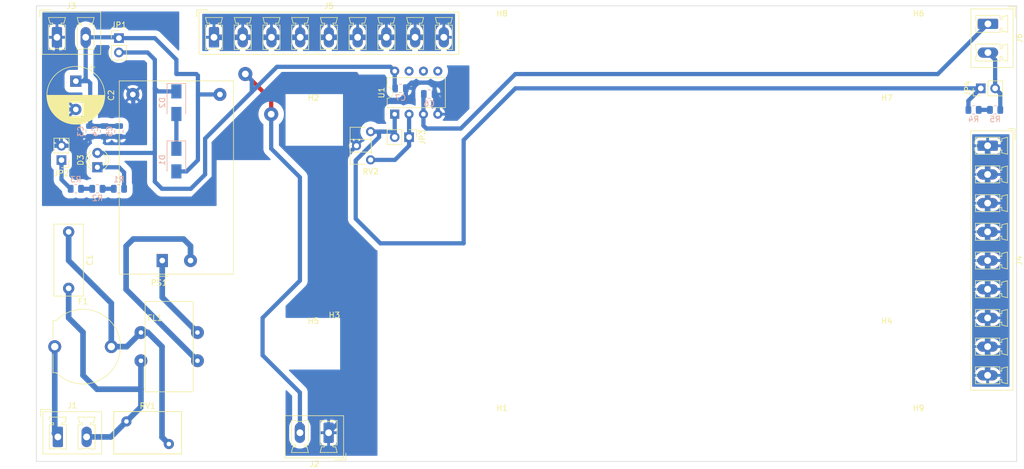
<source format=kicad_pcb>
(kicad_pcb (version 20211014) (generator pcbnew)
  (layers (0 "F.Cu" signal) (31 "B.Cu" signal) (34 "B.Paste" user) (35 "F.Paste" user) (36 "B.SilkS" user "B.Silkscreen") (37 "F.SilkS" user "F.Silkscreen") (38 "B.Mask" user) (39 "F.Mask" user) (44 "Edge.Cuts" user))
  (net 0 "")
  (net 1 "Net-(C1-Pad1)")
  (net 2 "/AC_N")
  (net 3 "Net-(C2-Pad1)")
  (net 4 "/+12{slash}24VA")
  (net 5 "GNDA")
  (net 6 "GNDD")
  (net 7 "Net-(C6-Pad1)")
  (net 8 "Net-(D1-Pad1)")
  (net 9 "Net-(D3-Pad1)")
  (net 10 "/AC_L")
  (net 11 "Net-(FL1-Pad2)")
  (net 12 "Net-(FL1-Pad4)")
  (net 13 "Net-(R1-Pad2)")
  (net 14 "Net-(R2-Pad1)")
  (net 15 "/PLC_DCM")
  (net 16 "/(0-10V)")
  (net 17 "Net-(R4-Pad2)")
  (net 18 "Net-(JP2-Pad1)")
  (net 19 "Net-(JP3-Pad1)")
  (net 20 "Net-(JP3-Pad2)")
  (footprint "Connector_Phoenix_MC_HighVoltage:PhoenixContact_MCV_1,5_2-G-5.08_1x02_P5.08mm_Vertical" (layer "F.Cu") (at 146.304 127 180)
    (fp_text reference "J2" (at 2.54 -5.55) (layer "F.SilkS"))
    (fp_text value "Conn_01x02_Male")
    (pad "1" thru_hole roundrect (at 0 0 180) (size 1.8 3.6) (drill 1.2) (layers *.Cu *.Mask) (roundrect_rratio 0.1388888889) (net 5 "GNDA"))
    (pad "2" thru_hole oval (at 5.08 0 180) (size 1.8 3.6) (drill 1.2) (layers *.Cu *.Mask) (net 4 "/+12{slash}24VA"))
  )
  (footprint "Connector_Phoenix_MC_HighVoltage:PhoenixContact_MCV_1,5_2-G-5.08_1x02_P5.08mm_Vertical" (layer "F.Cu") (at 98.261986 57)
    (fp_text reference "J3" (at 2.54 -5.55) (layer "F.SilkS"))
    (fp_text value "Conn_01x02_Male")
    (pad "1" thru_hole roundrect (at 0 0) (size 1.8 3.6) (drill 1.2) (layers *.Cu *.Mask) (roundrect_rratio 0.1388888889) (net 5 "GNDA"))
    (pad "2" thru_hole oval (at 5.08 0) (size 1.8 3.6) (drill 1.2) (layers *.Cu *.Mask) (net 3 "Net-(C2-Pad1)"))
  )
  (footprint "Connector_PinHeader_2.54mm:PinHeader_1x02_P2.54mm_Vertical" (layer "F.Cu") (at 160.528 74.676 -90)
    (fp_text reference "JP3" (at 0 -2.33 -270) (layer "F.SilkS"))
    (fp_text value "Jumper_2_Bridged")
    (pad "1" thru_hole rect (at 0 0 270) (size 1.7 1.7) (drill 1) (layers *.Cu *.Mask) (net 19 "Net-(JP3-Pad1)"))
    (pad "2" thru_hole oval (at 0 2.54 270) (size 1.7 1.7) (drill 1) (layers *.Cu *.Mask) (net 20 "Net-(JP3-Pad2)"))
  )
  (footprint "Connector_Phoenix_MC_HighVoltage:PhoenixContact_MCV_1,5_9-G-5.08_1x09_P5.08mm_Vertical" (layer "F.Cu") (at 262.8375 76.2 -90)
    (fp_text reference "J4" (at 20.32 -5.55 90) (layer "F.SilkS"))
    (fp_text value "Conn_01x09_Female")
    (pad "1" thru_hole roundrect locked (at 0 0 270) (size 1.8 3.6) (drill 1.2) (layers *.Cu *.Mask) (roundrect_rratio 0.1388888889) (net 6 "GNDD"))
    (pad "2" thru_hole oval locked (at 5.08 0 270) (size 1.8 3.6) (drill 1.2) (layers *.Cu *.Mask) (net 6 "GNDD"))
    (pad "3" thru_hole oval locked (at 10.16 0 270) (size 1.8 3.6) (drill 1.2) (layers *.Cu *.Mask) (net 6 "GNDD"))
    (pad "4" thru_hole oval locked (at 15.24 0 270) (size 1.8 3.6) (drill 1.2) (layers *.Cu *.Mask) (net 6 "GNDD"))
    (pad "5" thru_hole oval locked (at 20.32 0 270) (size 1.8 3.6) (drill 1.2) (layers *.Cu *.Mask) (net 6 "GNDD"))
    (pad "6" thru_hole oval locked (at 25.4 0 270) (size 1.8 3.6) (drill 1.2) (layers *.Cu *.Mask) (net 6 "GNDD"))
    (pad "7" thru_hole oval locked (at 30.48 0 270) (size 1.8 3.6) (drill 1.2) (layers *.Cu *.Mask) (net 6 "GNDD"))
    (pad "8" thru_hole oval locked (at 35.56 0 270) (size 1.8 3.6) (drill 1.2) (layers *.Cu *.Mask) (net 6 "GNDD"))
    (pad "9" thru_hole oval locked (at 40.64 0 270) (size 1.8 3.6) (drill 1.2) (layers *.Cu *.Mask) (net 6 "GNDD"))
  )
  (footprint "Connector_PinHeader_2.54mm:PinHeader_1x02_P2.54mm_Vertical" (layer "F.Cu") (at 99.06 78.74 180)
    (fp_text reference "JP2" (at 0 -2.33) (layer "F.SilkS"))
    (fp_text value "Jumper_2_Open")
    (pad "1" thru_hole rect (at 0 0 180) (size 1.7 1.7) (drill 1) (layers *.Cu *.Mask) (net 18 "Net-(JP2-Pad1)"))
    (pad "2" thru_hole oval (at 0 2.54 180) (size 1.7 1.7) (drill 1) (layers *.Cu *.Mask) (net 5 "GNDA"))
  )
  (footprint "MountingHole:MountingHole_3.2mm_M3" (layer "F.Cu") (at 176.96 57)
    (fp_text reference "H8" (at 0 -4.2) (layer "F.SilkS"))
    (fp_text value "MountingHole")
    (pad "" np_thru_hole circle locked (at 0 0) (size 3.2 3.2) (drill 3.2) (layers *.Cu *.Mask))
  )
  (footprint "Connector_PinHeader_2.54mm:PinHeader_1x02_P2.54mm_Vertical" (layer "F.Cu") (at 261.62 66.04 90)
    (fp_text reference "JP4" (at 0 -2.33 90) (layer "F.SilkS"))
    (fp_text value "Jumper_2_Open")
    (pad "1" thru_hole rect (at 0 0 90) (size 1.7 1.7) (drill 1) (layers *.Cu *.Mask) (net 20 "Net-(JP3-Pad2)"))
    (pad "2" thru_hole oval (at 0 2.54 90) (size 1.7 1.7) (drill 1) (layers *.Cu *.Mask) (net 16 "/(0-10V)"))
  )
  (footprint "Capacitor_THT:C_Disc_D12.5mm_W5.0mm_P10.00mm" (layer "F.Cu") (at 100.33 91.44 -90)
    (fp_text reference "C1" (at 5 -3.75 90) (layer "F.SilkS"))
    (fp_text value "C")
    (pad "1" thru_hole circle (at 0 0 270) (size 2 2) (drill 1) (layers *.Cu *.Mask) (net 1 "Net-(C1-Pad1)"))
    (pad "2" thru_hole circle (at 10 0 270) (size 2 2) (drill 1) (layers *.Cu *.Mask) (net 2 "/AC_N"))
  )
  (footprint "Potentiometer_THT:Potentiometer_ACP_CA6-H2,5_Horizontal" (layer "F.Cu") (at 153.725 78.7 180)
    (fp_text reference "RV2" (at 0 -2.06) (layer "F.SilkS"))
    (fp_text value "R_Potentiometer")
    (pad "1" thru_hole circle (at 0 0 180) (size 1.62 1.62) (drill 0.9) (layers *.Cu *.Mask) (net 19 "Net-(JP3-Pad1)"))
    (pad "2" thru_hole circle (at 2.5 2.5 180) (size 1.62 1.62) (drill 0.9) (layers *.Cu *.Mask) (net 5 "GNDA"))
    (pad "3" thru_hole circle (at 0 5 180) (size 1.62 1.62) (drill 0.9) (layers *.Cu *.Mask) (net 20 "Net-(JP3-Pad2)"))
  )
  (footprint "Connector_Phoenix_MC_HighVoltage:PhoenixContact_MCV_1,5_2-G-5.08_1x02_P5.08mm_Vertical" (layer "F.Cu") (at 262.89 54.6275 -90)
    (fp_text reference "J6" (at 2.54 -5.55 90) (layer "F.SilkS"))
    (fp_text value "Conn_01x02_Male")
    (pad "1" thru_hole roundrect (at 0 0 270) (size 1.8 3.6) (drill 1.2) (layers *.Cu *.Mask) (roundrect_rratio 0.1388888889) (net 7 "Net-(C6-Pad1)"))
    (pad "2" thru_hole oval (at 5.08 0 270) (size 1.8 3.6) (drill 1.2) (layers *.Cu *.Mask) (net 16 "/(0-10V)"))
  )
  (footprint "Package_DIP:DIP-8_W7.62mm" (layer "F.Cu") (at 157.988 70.612 90)
    (fp_text reference "U1" (at 3.81 -2.33 90) (layer "F.SilkS"))
    (fp_text value "LM358")
    (pad "1" thru_hole rect (at 0 0 90) (size 1.6 1.6) (drill 0.8) (layers *.Cu *.Mask) (net 20 "Net-(JP3-Pad2)"))
    (pad "2" thru_hole oval (at 0 2.54 90) (size 1.6 1.6) (drill 0.8) (layers *.Cu *.Mask) (net 19 "Net-(JP3-Pad1)"))
    (pad "3" thru_hole oval (at 0 5.08 90) (size 1.6 1.6) (drill 0.8) (layers *.Cu *.Mask) (net 7 "Net-(C6-Pad1)"))
    (pad "4" thru_hole oval (at 0 7.62 90) (size 1.6 1.6) (drill 0.8) (layers *.Cu *.Mask) (net 5 "GNDA"))
    (pad "5" thru_hole oval (at 7.62 7.62 90) (size 1.6 1.6) (drill 0.8) (layers *.Cu *.Mask))
    (pad "6" thru_hole oval (at 7.62 5.08 90) (size 1.6 1.6) (drill 0.8) (layers *.Cu *.Mask))
    (pad "7" thru_hole oval (at 7.62 2.54 90) (size 1.6 1.6) (drill 0.8) (layers *.Cu *.Mask))
    (pad "8" thru_hole oval (at 7.62 0 90) (size 1.6 1.6) (drill 0.8) (layers *.Cu *.Mask) (net 4 "/+12{slash}24VA"))
  )
  (footprint "Converter_ACDC:Converter_ACDC_HiLink_HLK-PMxx" (layer "F.Cu") (at 116.88 96.52 90)
    (fp_text reference "PS1" (at -3.94 -0.55) (layer "F.SilkS"))
    (fp_text value "HLK-PM12")
    (pad "1" thru_hole rect (at 0 0 90) (size 2.3 2) (drill 1) (layers *.Cu *.Mask) (net 11 "Net-(FL1-Pad2)"))
    (pad "2" thru_hole circle (at 0 5 90) (size 2.3 2.3) (drill 1) (layers *.Cu *.Mask) (net 12 "Net-(FL1-Pad4)"))
    (pad "3" thru_hole circle (at 29.4 -5.2 90) (size 2.3 2.3) (drill 1) (layers *.Cu *.Mask) (net 5 "GNDA"))
    (pad "4" thru_hole circle (at 29.4 10.2 90) (size 2.3 2.3) (drill 1) (layers *.Cu *.Mask) (net 3 "Net-(C2-Pad1)"))
  )
  (footprint "Varistor:RV_Disc_D12mm_W7.5mm_P7.5mm" (layer "F.Cu") (at 118.05 129 180)
    (fp_text reference "RV1" (at 3.75 6.75) (layer "F.SilkS"))
    (fp_text value "Varistor")
    (pad "1" thru_hole circle (at 0 0 180) (size 1.8 1.8) (drill 0.8) (layers *.Cu *.Mask) (net 1 "Net-(C1-Pad1)"))
    (pad "2" thru_hole circle (at 7.5 4 180) (size 1.8 1.8) (drill 0.8) (layers *.Cu *.Mask) (net 2 "/AC_N"))
  )
  (footprint "MountingHole:MountingHole_3.2mm_M3" (layer "F.Cu") (at 250.62 126.85)
    (fp_text reference "H9" (at 0 -4.2) (layer "F.SilkS"))
    (fp_text value "MountingHole")
    (pad "" np_thru_hole circle locked (at 0 0) (size 3.2 3.2) (drill 3.2) (layers *.Cu *.Mask))
  )
  (footprint "Capacitor_THT:CP_Radial_D10.0mm_P5.00mm" (layer "F.Cu") (at 101.6 64.77 -90)
    (fp_text reference "C2" (at 2.5 -6.25 90) (layer "F.SilkS"))
    (fp_text value "C_Polarized")
    (pad "1" thru_hole rect (at 0 0 270) (size 2 2) (drill 1) (layers *.Cu *.Mask) (net 3 "Net-(C2-Pad1)"))
    (pad "2" thru_hole circle (at 5 0 270) (size 2 2) (drill 1) (layers *.Cu *.Mask) (net 5 "GNDA"))
  )
  (footprint "LED_THT:LED_D3.0mm" (layer "F.Cu") (at 105.41 80.01 90)
    (fp_text reference "D3" (at 1.27 -2.96 90) (layer "F.SilkS"))
    (fp_text value "LED")
    (pad "1" thru_hole rect (at 0 0 90) (size 1.8 1.8) (drill 0.9) (layers *.Cu *.Mask) (net 9 "Net-(D3-Pad1)"))
    (pad "2" thru_hole circle (at 2.54 0 90) (size 1.8 1.8) (drill 0.9) (layers *.Cu *.Mask) (net 4 "/+12{slash}24VA"))
  )
  (footprint "MountingHole:MountingHole_3.2mm_M3" (layer "F.Cu") (at 143.62 71.91)
    (fp_text reference "H2" (at 0 -4.2) (layer "F.SilkS"))
    (fp_text value "MountingHole")
    (pad "" np_thru_hole circle locked (at 0 0) (size 3.2 3.2) (drill 3.2) (layers *.Cu *.Mask))
  )
  (footprint "Connector_Phoenix_MC_HighVoltage:PhoenixContact_MCV_1,5_9-G-5.08_1x09_P5.08mm_Vertical" (layer "F.Cu") (at 126.0325 57)
    (fp_text reference "J5" (at 20.32 -5.55) (layer "F.SilkS"))
    (fp_text value "Conn_01x09_Female")
    (pad "1" thru_hole roundrect locked (at 0 0) (size 1.8 3.6) (drill 1.2) (layers *.Cu *.Mask) (roundrect_rratio 0.1388888889) (net 15 "/PLC_DCM"))
    (pad "2" thru_hole oval locked (at 5.08 0) (size 1.8 3.6) (drill 1.2) (layers *.Cu *.Mask) (net 15 "/PLC_DCM"))
    (pad "3" thru_hole oval locked (at 10.16 0) (size 1.8 3.6) (drill 1.2) (layers *.Cu *.Mask) (net 15 "/PLC_DCM"))
    (pad "4" thru_hole oval locked (at 15.24 0) (size 1.8 3.6) (drill 1.2) (layers *.Cu *.Mask) (net 15 "/PLC_DCM"))
    (pad "5" thru_hole oval locked (at 20.32 0) (size 1.8 3.6) (drill 1.2) (layers *.Cu *.Mask) (net 15 "/PLC_DCM"))
    (pad "6" thru_hole oval locked (at 25.4 0) (size 1.8 3.6) (drill 1.2) (layers *.Cu *.Mask) (net 15 "/PLC_DCM"))
    (pad "7" thru_hole oval locked (at 30.48 0) (size 1.8 3.6) (drill 1.2) (layers *.Cu *.Mask) (net 15 "/PLC_DCM"))
    (pad "8" thru_hole oval locked (at 35.56 0) (size 1.8 3.6) (drill 1.2) (layers *.Cu *.Mask) (net 15 "/PLC_DCM"))
    (pad "9" thru_hole oval locked (at 40.64 0) (size 1.8 3.6) (drill 1.2) (layers *.Cu *.Mask) (net 15 "/PLC_DCM"))
  )
  (footprint "Connector_Phoenix_MC_HighVoltage:PhoenixContact_MCV_1,5_2-G-5.08_1x02_P5.08mm_Vertical" (layer "F.Cu") (at 98.425 127.7425)
    (fp_text reference "J1" (at 2.54 -5.55) (layer "F.SilkS"))
    (fp_text value "Conn_01x02_Male")
    (pad "1" thru_hole roundrect (at 0 0) (size 1.8 3.6) (drill 1.2) (layers *.Cu *.Mask) (roundrect_rratio 0.1388888889) (net 10 "/AC_L"))
    (pad "2" thru_hole oval (at 5.08 0) (size 1.8 3.6) (drill 1.2) (layers *.Cu *.Mask) (net 2 "/AC_N"))
  )
  (footprint "DTSN-12_10_2.2:DTSN-12_10_2.2" (layer "F.Cu") (at 118.11 111.76)
    (fp_text reference "FL1" (at -2.54 -5.08 unlocked) (layer "F.SilkS"))
    (fp_text value "DTSN-12/10/2.2")
    (pad "1" thru_hole circle (at -5 -2.5) (size 2.286 2.286) (drill 0.8) (layers *.Cu *.Mask) (net 1 "Net-(C1-Pad1)"))
    (pad "2" thru_hole circle (at 5 -2.5) (size 2.286 2.286) (drill 0.8) (layers *.Cu *.Mask) (net 11 "Net-(FL1-Pad2)"))
    (pad "3" thru_hole circle (at -5 2.5) (size 2.286 2.286) (drill 0.8) (layers *.Cu *.Mask) (net 2 "/AC_N"))
    (pad "4" thru_hole circle (at 5 2.5) (size 2.286 2.286) (drill 0.8) (layers *.Cu *.Mask) (net 12 "Net-(FL1-Pad4)"))
  )
  (footprint "DTSN-12_10_2.2:AD584-breakout" (layer "F.Cu") (at 147.32 106.68)
    (fp_text reference "H3" (at 0 -0.5 unlocked) (layer "F.SilkS"))
    (fp_text value "MountingHole")
    (pad "" np_thru_hole circle (at 14.45 -21.95) (size 3.2 3.2) (drill 3.2) (layers F&B.Cu *.Mask) (clearance 3.2))
    (pad "" np_thru_hole circle (at -14.45 21.95) (size 3.2 3.2) (drill 3.2) (layers F&B.Cu *.Mask) (clearance 3.2))
    (pad "" np_thru_hole circle (at -14.45 -21.95) (size 3.2 3.2) (drill 3.2) (layers F&B.Cu *.Mask) (clearance 3.2))
    (pad "" np_thru_hole circle (at 14.45 21.95) (size 3.2 3.2) (drill 3.2) (layers F&B.Cu *.Mask) (clearance 3.2))
  )
  (footprint "MountingHole:MountingHole_3.2mm_M3" (layer "F.Cu") (at 143.62 111.41)
    (fp_text reference "H5" (at 0 -4.2) (layer "F.SilkS"))
    (fp_text value "MountingHole")
    (pad "" np_thru_hole circle locked (at 0 0) (size 3.2 3.2) (drill 3.2) (layers *.Cu *.Mask))
  )
  (footprint "Fuse:Fuseholder_Cylinder-5x20mm_EATON_H15-V-1_Vertical_Closed" (layer "F.Cu") (at 97.87 111.76)
    (fp_text reference "F1" (at 5 -8) (layer "F.SilkS"))
    (fp_text value "ZH24-H")
    (pad "1" thru_hole circle (at 0 0) (size 2.3 2.3) (drill 1.3) (layers *.Cu *.Mask) (net 10 "/AC_L"))
    (pad "2" thru_hole circle (at 10 0) (size 2.3 2.3) (drill 1.3) (layers *.Cu *.Mask) (net 1 "Net-(C1-Pad1)"))
  )
  (footprint "MountingHole:MountingHole_3.2mm_M3" (layer "F.Cu") (at 245.02 111.41)
    (fp_text reference "H4" (at 0 -4.2) (layer "F.SilkS"))
    (fp_text value "MountingHole")
    (pad "" np_thru_hole circle locked (at 0 0) (size 3.2 3.2) (drill 3.2) (layers *.Cu *.Mask))
  )
  (footprint "MountingHole:MountingHole_3.2mm_M3" (layer "F.Cu") (at 176.96 126.85)
    (fp_text reference "H1" (at 0 -4.2) (layer "F.SilkS"))
    (fp_text value "MountingHole")
    (pad "" np_thru_hole circle locked (at 0 0) (size 3.2 3.2) (drill 3.2) (layers *.Cu *.Mask))
  )
  (footprint "Connector_PinHeader_2.54mm:PinHeader_1x02_P2.54mm_Vertical" (layer "F.Cu") (at 109.22 57.15)
    (fp_text reference "JP1" (at 0 -2.33) (layer "F.SilkS"))
    (fp_text value "Jumper_2_Open")
    (pad "1" thru_hole rect (at 0 0) (size 1.7 1.7) (drill 1) (layers *.Cu *.Mask) (net 3 "Net-(C2-Pad1)"))
    (pad "2" thru_hole oval (at 0 2.54) (size 1.7 1.7) (drill 1) (layers *.Cu *.Mask) (net 4 "/+12{slash}24VA"))
  )
  (footprint "MountingHole:MountingHole_3.2mm_M3" (layer "F.Cu") (at 245.02 71.91)
    (fp_text reference "H7" (at 0 -4.2) (layer "F.SilkS"))
    (fp_text value "MountingHole")
    (pad "" np_thru_hole circle locked (at 0 0) (size 3.2 3.2) (drill 3.2) (layers *.Cu *.Mask))
  )
  (footprint "MountingHole:MountingHole_3.2mm_M3" (layer "F.Cu") (at 250.62 57)
    (fp_text reference "H6" (at 0 -4.2) (layer "F.SilkS"))
    (fp_text value "MountingHole")
    (pad "" np_thru_hole circle locked (at 0 0) (size 3.2 3.2) (drill 3.2) (layers *.Cu *.Mask))
  )
  (footprint "Diode_SMD:D_SMA" (layer "B.Cu") (at 119.38 78.74 -90)
    (fp_text reference "D1" (at 0 2.5 90) (layer "B.SilkS") (effects (justify mirror)))
    (fp_text value "US1K")
    (pad "1" smd rect (at -2 0 270) (size 2.5 1.8) (layers "B.Cu" "B.Paste" "B.Mask") (net 8 "Net-(D1-Pad1)"))
    (pad "2" smd rect (at 2 0 270) (size 2.5 1.8) (layers "B.Cu" "B.Paste" "B.Mask") (net 3 "Net-(C2-Pad1)"))
  )
  (footprint "Resistor_SMD:R_0805_2012Metric" (layer "B.Cu") (at 101.6 83.82 180)
    (fp_text reference "R3" (at 0 1.65) (layer "B.SilkS") (effects (justify mirror)))
    (fp_text value "1k")
    (pad "1" smd roundrect (at -0.9125 0 180) (size 1.025 1.4) (layers "B.Cu" "B.Paste" "B.Mask") (roundrect_rratio 0.243902439) (net 14 "Net-(R2-Pad1)"))
    (pad "2" smd roundrect (at 0.9125 0 180) (size 1.025 1.4) (layers "B.Cu" "B.Paste" "B.Mask") (roundrect_rratio 0.243902439) (net 18 "Net-(JP2-Pad1)"))
  )
  (footprint "Resistor_SMD:R_0805_2012Metric" (layer "B.Cu") (at 105.41 83.82)
    (fp_text reference "R2" (at 0 1.65) (layer "B.SilkS") (effects (justify mirror)))
    (fp_text value "1k")
    (pad "1" smd roundrect (at -0.9125 0) (size 1.025 1.4) (layers "B.Cu" "B.Paste" "B.Mask") (roundrect_rratio 0.243902439) (net 14 "Net-(R2-Pad1)"))
    (pad "2" smd roundrect (at 0.9125 0) (size 1.025 1.4) (layers "B.Cu" "B.Paste" "B.Mask") (roundrect_rratio 0.243902439) (net 13 "Net-(R1-Pad2)"))
  )
  (footprint "Resistor_SMD:R_0805_2012Metric" (layer "B.Cu") (at 109.22 83.82 180)
    (fp_text reference "R1" (at 0 1.65) (layer "B.SilkS") (effects (justify mirror)))
    (fp_text value "1k")
    (pad "1" smd roundrect (at -0.9125 0 180) (size 1.025 1.4) (layers "B.Cu" "B.Paste" "B.Mask") (roundrect_rratio 0.243902439) (net 9 "Net-(D3-Pad1)"))
    (pad "2" smd roundrect (at 0.9125 0 180) (size 1.025 1.4) (layers "B.Cu" "B.Paste" "B.Mask") (roundrect_rratio 0.243902439) (net 13 "Net-(R1-Pad2)"))
  )
  (footprint "Resistor_SMD:R_0805_2012Metric" (layer "B.Cu") (at 264.16 69.85)
    (fp_text reference "R5" (at 0 1.65) (layer "B.SilkS") (effects (justify mirror)))
    (fp_text value "200")
    (pad "1" smd roundrect (at -0.9125 0) (size 1.025 1.4) (layers "B.Cu" "B.Paste" "B.Mask") (roundrect_rratio 0.243902439) (net 17 "Net-(R4-Pad2)"))
    (pad "2" smd roundrect (at 0.9125 0) (size 1.025 1.4) (layers "B.Cu" "B.Paste" "B.Mask") (roundrect_rratio 0.243902439) (net 16 "/(0-10V)"))
  )
  (footprint "Capacitor_SMD:C_0805_2012Metric" (layer "B.Cu") (at 164.084 67.056)
    (fp_text reference "C6" (at 0 1.68) (layer "B.SilkS") (effects (justify mirror)))
    (fp_text value "1uF")
    (pad "1" smd roundrect (at -0.95 0) (size 1 1.45) (layers "B.Cu" "B.Paste" "B.Mask") (net 7 "Net-(C6-Pad1)"))
    (pad "2" smd roundrect (at 0.95 0) (size 1 1.45) (layers "B.Cu" "B.Paste" "B.Mask") (net 5 "GNDA"))
  )
  (footprint "Resistor_SMD:R_0805_2012Metric" (layer "B.Cu") (at 260.35 69.85)
    (fp_text reference "R4" (at 0 1.65) (layer "B.SilkS") (effects (justify mirror)))
    (fp_text value "200")
    (pad "1" smd roundrect (at -0.9125 0) (size 1.025 1.4) (layers "B.Cu" "B.Paste" "B.Mask") (roundrect_rratio 0.243902439) (net 20 "Net-(JP3-Pad2)"))
    (pad "2" smd roundrect (at 0.9125 0) (size 1.025 1.4) (layers "B.Cu" "B.Paste" "B.Mask") (roundrect_rratio 0.243902439) (net 17 "Net-(R4-Pad2)"))
  )
  (footprint "Capacitor_SMD:C_0805_2012Metric" (layer "B.Cu") (at 159.004 66.04)
    (fp_text reference "C7" (at 0 1.68) (layer "B.SilkS") (effects (justify mirror)))
    (fp_text value "100nF")
    (pad "1" smd roundrect (at -0.95 0) (size 1 1.45) (layers "B.Cu" "B.Paste" "B.Mask") (net 4 "/+12{slash}24VA"))
    (pad "2" smd roundrect (at 0.95 0) (size 1 1.45) (layers "B.Cu" "B.Paste" "B.Mask") (net 5 "GNDA"))
  )
  (footprint "Diode_SMD:D_SMA" (layer "B.Cu") (at 119.38 68.58 -90)
    (fp_text reference "D2" (at 0 2.5 90) (layer "B.SilkS") (effects (justify mirror)))
    (fp_text value "US1K")
    (pad "1" smd rect (at -2 0 270) (size 2.5 1.8) (layers "B.Cu" "B.Paste" "B.Mask") (net 4 "/+12{slash}24VA"))
    (pad "2" smd rect (at 2 0 270) (size 2.5 1.8) (layers "B.Cu" "B.Paste" "B.Mask") (net 8 "Net-(D1-Pad1)"))
  )
  (footprint "Capacitor_SMD:C_0805_2012Metric" (layer "B.Cu") (at 106.68 73.66 -90)
    (fp_text reference "C4" (at 0 1.68 90) (layer "B.SilkS") (effects (justify mirror)))
    (fp_text value "C")
    (pad "1" smd roundrect (at -0.95 0 270) (size 1 1.45) (layers "B.Cu" "B.Paste" "B.Mask") (net 3 "Net-(C2-Pad1)"))
    (pad "2" smd roundrect (at 0.95 0 270) (size 1 1.45) (layers "B.Cu" "B.Paste" "B.Mask") (net 5 "GNDA"))
  )
  (footprint "Capacitor_SMD:C_0805_2012Metric" (layer "B.Cu") (at 109.22 73.66 -90)
    (fp_text reference "C5" (at 0 1.68 90) (layer "B.SilkS") (effects (justify mirror)))
    (fp_text value "C")
    (pad "1" smd roundrect (at -0.95 0 270) (size 1 1.45) (layers "B.Cu" "B.Paste" "B.Mask") (net 3 "Net-(C2-Pad1)"))
    (pad "2" smd roundrect (at 0.95 0 270) (size 1 1.45) (layers "B.Cu" "B.Paste" "B.Mask") (net 5 "GNDA"))
  )
  (footprint "Capacitor_SMD:C_0805_2012Metric" (layer "B.Cu") (at 104.14 73.66 -90)
    (fp_text reference "C3" (at 0 1.68 90) (layer "B.SilkS") (effects (justify mirror)))
    (fp_text value "C")
    (pad "1" smd roundrect (at -0.95 0 270) (size 1 1.45) (layers "B.Cu" "B.Paste" "B.Mask") (net 3 "Net-(C2-Pad1)"))
    (pad "2" smd roundrect (at 0.95 0 270) (size 1 1.45) (layers "B.Cu" "B.Paste" "B.Mask") (net 5 "GNDA"))
  )
  (gr_line (start 267.97 132.08) (end 94.615 132.08) (layer "Edge.Cuts") (width 0.1))
  (gr_line (start 94.615 51.435) (end 267.97 51.435) (layer "Edge.Cuts") (width 0.1))
  (gr_line (start 267.97 132.08) (end 267.97 51.435) (layer "Edge.Cuts") (width 0.1))
  (gr_line (start 94.615 132.08) (end 94.615 51.435) (layer "Edge.Cuts") (width 0.1))
  (segment (start 113.11 109.26) (end 114.26 109.26) (width 1) (layer "B.Cu") (net 1))
  (segment (start 110.61 111.76) (end 113.11 109.26) (width 1) (layer "B.Cu") (net 1))
  (segment (start 114.26 109.26) (end 114.3 109.22) (width 1) (layer "B.Cu") (net 1))
  (segment (start 107.87 104.06) (end 100.33 96.52) (width 1) (layer "B.Cu") (net 1))
  (segment (start 100.33 96.52) (end 100.33 91.44) (width 1) (layer "B.Cu") (net 1))
  (segment (start 114.3 109.22) (end 116.84 111.76) (width 1) (layer "B.Cu") (net 1))
  (segment (start 116.84 111.76) (end 116.84 127.79) (width 1) (layer "B.Cu") (net 1))
  (segment (start 107.87 111.76) (end 110.61 111.76) (width 1) (layer "B.Cu") (net 1))
  (segment (start 107.87 111.76) (end 107.87 104.06) (width 1) (layer "B.Cu") (net 1))
  (segment (start 116.84 127.79) (end 118.05 129) (width 1) (layer "B.Cu") (net 1))
  (segment (start 113.11 122.44) (end 113.11 119.3) (width 1) (layer "B.Cu") (net 2))
  (segment (start 110.55 125) (end 113.11 122.44) (width 1) (layer "B.Cu") (net 2))
  (segment (start 100.33 101.44) (end 100.33 106.68) (width 1) (layer "B.Cu") (net 2))
  (segment (start 105.33 119.3) (end 113.11 119.3) (width 1) (layer "B.Cu") (net 2))
  (segment (start 102.87 109.22) (end 102.87 116.84) (width 1) (layer "B.Cu") (net 2))
  (segment (start 107.8075 127.7425) (end 110.55 125) (width 1) (layer "B.Cu") (net 2))
  (segment (start 100.33 106.68) (end 102.87 109.22) (width 1) (layer "B.Cu") (net 2))
  (segment (start 103.505 127.7425) (end 107.8075 127.7425) (width 1) (layer "B.Cu") (net 2))
  (segment (start 102.87 116.84) (end 105.33 119.3) (width 1) (layer "B.Cu") (net 2))
  (segment (start 113.11 119.3) (end 113.11 114.26) (width 1) (layer "B.Cu") (net 2))
  (segment (start 109.07 57) (end 109.22 57.15) (width 0.75) (layer "B.Cu") (net 3))
  (segment (start 121.19 80.74) (end 119.38 80.74) (width 0.75) (layer "B.Cu") (net 3))
  (segment (start 122.92 63.5) (end 123.19 63.77) (width 0.75) (layer "B.Cu") (net 3))
  (segment (start 102.87 64.77) (end 101.6 64.77) (width 0.75) (layer "B.Cu") (net 3))
  (segment (start 123.19 78.74) (end 121.19 80.74) (width 0.75) (layer "B.Cu") (net 3))
  (segment (start 103.341986 64.298014) (end 102.87 64.77) (width 0.75) (layer "B.Cu") (net 3))
  (segment (start 103.341986 57) (end 109.07 57) (width 0.75) (layer "B.Cu") (net 3))
  (segment (start 106.68 72.71) (end 109.22 72.71) (width 0.75) (layer "B.Cu") (net 3))
  (segment (start 119.38 63.5) (end 122.92 63.5) (width 0.75) (layer "B.Cu") (net 3))
  (segment (start 103.813972 64.77) (end 102.87 64.77) (width 0.75) (layer "B.Cu") (net 3))
  (segment (start 123.38 67.12) (end 123.19 67.31) (width 0.25) (layer "B.Cu") (net 3))
  (segment (start 103.341986 57) (end 103.341986 64.298014) (width 0.75) (layer "B.Cu") (net 3))
  (segment (start 115.57 57.15) (end 119.38 60.96) (width 0.75) (layer "B.Cu") (net 3))
  (segment (start 104.14 72.71) (end 104.14 65.096028) (width 0.75) (layer "B.Cu") (net 3))
  (segment (start 109.22 57.15) (end 115.57 57.15) (width 0.75) (layer "B.Cu") (net 3))
  (segment (start 104.14 72.71) (end 106.68 72.71) (width 0.75) (layer "B.Cu") (net 3))
  (segment (start 123.19 63.77) (end 123.19 67.31) (width 0.75) (layer "B.Cu") (net 3))
  (segment (start 127.08 67.12) (end 123.38 67.12) (width 0.75) (layer "B.Cu") (net 3))
  (segment (start 123.19 67.31) (end 123.19 78.74) (width 0.75) (layer "B.Cu") (net 3))
  (segment (start 104.14 65.096028) (end 103.813972 64.77) (width 0.75) (layer "B.Cu") (net 3))
  (segment (start 119.38 60.96) (end 119.38 63.5) (width 0.75) (layer "B.Cu") (net 3))
  (segment (start 136.144 68.072) (end 136.144 70.612) (width 0.75) (layer "F.Cu") (net 4))
  (segment (start 131.572 63.5) (end 136.144 68.072) (width 0.75) (layer "F.Cu") (net 4))
  (via (at 131.572 63.5) (size 2.5) (drill 1.2) (layers "F.Cu" "B.Cu") (net 4))
  (via (at 136.144 70.612) (size 2.5) (drill 1.2) (layers "F.Cu" "B.Cu") (net 4))
  (segment (start 141.224 119.888) (end 141.224 127) (width 0.75) (layer "B.Cu") (net 4))
  (segment (start 119.38 66.58) (end 116.11 66.58) (width 0.75) (layer "B.Cu") (net 4))
  (segment (start 132.715 64.643) (end 131.572 63.5) (width 0.75) (layer "B.Cu") (net 4))
  (segment (start 134.62 113.284) (end 141.224 119.888) (width 0.75) (layer "B.Cu") (net 4))
  (segment (start 132.715 66.675) (end 137.16 62.23) (width 0.75) (layer "B.Cu") (net 4))
  (segment (start 124.46 81.28) (end 124.46 74.93) (width 0.75) (layer "B.Cu") (net 4))
  (segment (start 136.144 70.612) (end 136.144 76.708) (width 0.75) (layer "B.Cu") (net 4))
  (segment (start 121.92 83.82) (end 124.46 81.28) (width 0.75) (layer "B.Cu") (net 4))
  (segment (start 115.57 77.47) (end 115.57 82.55) (width 0.75) (layer "B.Cu") (net 4))
  (segment (start 115.57 74.93) (end 115.57 66.04) (width 0.75) (layer "B.Cu") (net 4))
  (segment (start 141.224 81.788) (end 141.224 100.076) (width 0.75) (layer "B.Cu") (net 4))
  (segment (start 134.62 106.68) (end 134.62 113.284) (width 0.75) (layer "B.Cu") (net 4))
  (segment (start 124.46 74.93) (end 132.715 66.675) (width 0.75) (layer "B.Cu") (net 4))
  (segment (start 115.57 60.96) (end 114.3 59.69) (width 0.75) (layer "B.Cu") (net 4))
  (segment (start 115.57 77.47) (end 115.57 74.93) (width 0.75) (layer "B.Cu") (net 4))
  (segment (start 132.715 66.675) (end 132.715 64.643) (width 0.75) (layer "B.Cu") (net 4))
  (segment (start 116.11 66.58) (end 115.57 66.04) (width 0.75) (layer "B.Cu") (net 4))
  (segment (start 157.226 62.23) (end 157.988 62.992) (width 0.75) (layer "B.Cu") (net 4))
  (segment (start 136.144 76.708) (end 141.224 81.788) (width 0.75) (layer "B.Cu") (net 4))
  (segment (start 105.41 77.47) (end 115.57 77.47) (width 0.75) (layer "B.Cu") (net 4))
  (segment (start 137.16 62.23) (end 157.226 62.23) (width 0.75) (layer "B.Cu") (net 4))
  (segment (start 141.224 100.076) (end 134.62 106.68) (width 0.75) (layer "B.Cu") (net 4))
  (segment (start 115.57 66.04) (end 115.57 60.96) (width 0.75) (layer "B.Cu") (net 4))
  (segment (start 157.988 65.974) (end 158.054 66.04) (width 0.75) (layer "B.Cu") (net 4))
  (segment (start 116.84 83.82) (end 121.92 83.82) (width 0.75) (layer "B.Cu") (net 4))
  (segment (start 115.57 82.55) (end 116.84 83.82) (width 0.75) (layer "B.Cu") (net 4))
  (segment (start 114.3 59.69) (end 109.22 59.69) (width 0.75) (layer "B.Cu") (net 4))
  (segment (start 157.988 62.992) (end 157.988 65.974) (width 0.75) (layer "B.Cu") (net 4))
  (segment (start 101.6 69.77) (end 98.653972 69.77) (width 0.75) (layer "B.Cu") (net 5))
  (segment (start 151.225 76.2) (end 148.336 79.089) (width 0.75) (layer "B.Cu") (net 5))
  (segment (start 151.225 63.595) (end 151.225 67.913) (width 0.75) (layer "B.Cu") (net 5))
  (segment (start 125.984 81.788) (end 121.412 86.36) (width 0.75) (layer "B.Cu") (net 5))
  (segment (start 151.225 67.913) (end 151.225 76.2) (width 0.75) (layer "B.Cu") (net 5))
  (segment (start 98.413972 73.34) (end 98.261986 73.188014) (width 0.25) (layer "B.Cu") (net 5))
  (segment (start 96.52 83.82) (end 96.52 76.2) (width 0.75) (layer "B.Cu") (net 5))
  (segment (start 121.412 86.36) (end 99.06 86.36) (width 0.75) (layer "B.Cu") (net 5))
  (segment (start 164.592 65.024) (end 165.034 65.466) (width 0.75) (layer "B.Cu") (net 5))
  (segment (start 109.22 74.61) (end 110.81 74.61) (width 0.75) (layer "B.Cu") (net 5))
  (segment (start 165.034 65.466) (end 165.034 67.056) (width 0.75) (layer "B.Cu") (net 5))
  (segment (start 165.608 67.63) (end 165.608 70.612) (width 0.75) (layer "B.Cu") (net 5))
  (segment (start 165.034 67.056) (end 165.608 67.63) (width 0.75) (layer "B.Cu") (net 5))
  (segment (start 98.653972 69.77) (end 98.261986 69.378014) (width 0.25) (layer "B.Cu") (net 5))
  (segment (start 151.892 121.412) (end 146.304 127) (width 0.75) (layer "B.Cu") (net 5))
  (segment (start 160.97 65.024) (end 164.592 65.024) (width 0.75) (layer "B.Cu") (net 5))
  (segment (start 148.336 93.472) (end 151.892 97.028) (width 0.75) (layer "B.Cu") (net 5))
  (segment (start 99.06 86.36) (end 96.52 83.82) (width 0.75) (layer "B.Cu") (net 5))
  (segment (start 111.76 73.66) (end 111.76 67.2) (width 0.75) (layer "B.Cu") (net 5))
  (segment (start 96.52 76.2) (end 99.06 76.2) (width 0.75) (layer "B.Cu") (net 5))
  (segment (start 111.76 67.2) (end 111.68 67.12) (width 0.75) (layer "B.Cu") (net 5))
  (segment (start 138.176 63.5) (end 125.984 75.692) (width 0.75) (layer "B.Cu") (net 5))
  (segment (start 98.261986 69.378014) (end 98.261986 73.188014) (width 0.75) (layer "B.Cu") (net 5))
  (segment (start 151.892 97.028) (end 151.892 121.412) (width 0.75) (layer "B.Cu") (net 5))
  (segment (start 106.68 74.61) (end 109.22 74.61) (width 0.75) (layer "B.Cu") (net 5))
  (segment (start 99.06 76.2) (end 102.55 76.2) (width 0.75) (layer "B.Cu") (net 5))
  (segment (start 159.512 68.072) (end 151.384 68.072) (width 0.75) (layer "B.Cu") (net 5))
  (segment (start 148.336 79.089) (end 148.336 93.472) (width 0.75) (layer "B.Cu") (net 5))
  (segment (start 98.261986 57) (end 98.261986 69.378014) (width 0.75) (layer "B.Cu") (net 5))
  (segment (start 159.954 66.04) (end 159.954 67.63) (width 0.75) (layer "B.Cu") (net 5))
  (segment (start 159.954 66.04) (end 160.97 65.024) (width 0.75) (layer "B.Cu") (net 5))
  (segment (start 98.261986 75.401986) (end 99.06 76.2) (width 0.75) (layer "B.Cu") (net 5))
  (segment (start 98.261986 73.188014) (end 98.261986 75.401986) (width 0.75) (layer "B.Cu") (net 5))
  (segment (start 104.14 74.61) (end 106.68 74.61) (width 0.75) (layer "B.Cu") (net 5))
  (segment (start 110.81 74.61) (end 111.76 73.66) (width 0.75) (layer "B.Cu") (net 5))
  (segment (start 125.984 75.692) (end 125.984 81.788) (width 0.75) (layer "B.Cu") (net 5))
  (segment (start 159.954 67.63) (end 159.512 68.072) (width 0.75) (layer "B.Cu") (net 5))
  (segment (start 102.55 76.2) (end 104.14 74.61) (width 0.75) (layer "B.Cu") (net 5))
  (segment (start 151.13 63.5) (end 138.176 63.5) (width 0.75) (layer "B.Cu") (net 5))
  (segment (start 151.13 63.5) (end 151.225 63.595) (width 0.75) (layer "B.Cu") (net 5))
  (segment (start 151.384 68.072) (end 151.225 67.913) (width 0.75) (layer "B.Cu") (net 5))
  (segment (start 262.8375 76.2) (end 262.8375 81.28) (width 1) (layer "B.Cu") (net 6))
  (segment (start 262.8375 86.36) (end 262.8375 91.44) (width 1) (layer "B.Cu") (net 6))
  (segment (start 262.8375 91.44) (end 262.8375 96.52) (width 1) (layer "B.Cu") (net 6))
  (segment (start 262.8375 96.52) (end 262.8375 101.6) (width 1) (layer "B.Cu") (net 6))
  (segment (start 262.8375 81.28) (end 262.8375 86.36) (width 1) (layer "B.Cu") (net 6))
  (segment (start 262.8375 106.68) (end 262.8375 111.76) (width 1) (layer "B.Cu") (net 6))
  (segment (start 262.8375 101.6) (end 262.8375 106.68) (width 1) (layer "B.Cu") (net 6))
  (segment (start 262.8375 111.76) (end 262.8375 116.84) (width 1) (layer "B.Cu") (net 6))
  (segment (start 163.576 73.152) (end 163.068 72.644) (width 0.75) (layer "B.Cu") (net 7))
  (segment (start 254.00875 63.50875) (end 179.31525 63.50875) (width 0.75) (layer "B.Cu") (net 7))
  (segment (start 169.672 73.152) (end 163.576 73.152) (width 0.75) (layer "B.Cu") (net 7))
  (segment (start 163.068 70.612) (end 163.068 67.122) (width 0.75) (layer "B.Cu") (net 7))
  (segment (start 179.31525 63.50875) (end 169.672 73.152) (width 0.75) (layer "B.Cu") (net 7))
  (segment (start 163.068 67.122) (end 163.134 67.056) (width 0.25) (layer "B.Cu") (net 7))
  (segment (start 163.068 72.644) (end 163.068 70.612) (width 0.75) (layer "B.Cu") (net 7))
  (segment (start 254.00875 63.50875) (end 262.89 54.6275) (width 0.75) (layer "B.Cu") (net 7))
  (segment (start 119.38 76.74) (end 119.38 70.58) (width 0.75) (layer "B.Cu") (net 8))
  (segment (start 109.22 80.01) (end 110.1325 80.9225) (width 0.75) (layer "B.Cu") (net 9))
  (segment (start 105.41 80.01) (end 109.22 80.01) (width 0.75) (layer "B.Cu") (net 9))
  (segment (start 110.1325 80.9225) (end 110.1325 83.82) (width 0.75) (layer "B.Cu") (net 9))
  (segment (start 98.425 127.7425) (end 97.87 127.1875) (width 1) (layer "B.Cu") (net 10))
  (segment (start 97.79 127.1075) (end 98.425 127.7425) (width 1) (layer "B.Cu") (net 10))
  (segment (start 97.87 127.1875) (end 97.87 111.76) (width 1) (layer "B.Cu") (net 10))
  (segment (start 123.11 109.26) (end 116.88 103.03) (width 1) (layer "B.Cu") (net 11))
  (segment (start 116.88 103.03) (end 116.88 96.52) (width 1) (layer "B.Cu") (net 11))
  (segment (start 110.49 93.98) (end 111.76 92.71) (width 1) (layer "B.Cu") (net 12))
  (segment (start 110.49 101.64) (end 110.49 93.98) (width 1) (layer "B.Cu") (net 12))
  (segment (start 121.88 93.94) (end 121.88 96.52) (width 1) (layer "B.Cu") (net 12))
  (segment (start 120.65 92.71) (end 121.88 93.94) (width 1) (layer "B.Cu") (net 12))
  (segment (start 111.76 92.71) (end 120.65 92.71) (width 1) (layer "B.Cu") (net 12))
  (segment (start 123.11 114.26) (end 110.49 101.64) (width 1) (layer "B.Cu") (net 12))
  (segment (start 106.3225 83.82) (end 108.3075 83.82) (width 0.75) (layer "B.Cu") (net 13))
  (segment (start 102.5125 83.82) (end 104.4975 83.82) (width 0.75) (layer "B.Cu") (net 14))
  (segment (start 156.5125 57) (end 151.4325 57) (width 1) (layer "B.Cu") (net 15))
  (segment (start 136.1925 57) (end 131.1125 57) (width 1) (layer "B.Cu") (net 15))
  (segment (start 131.1125 57) (end 126.0325 57) (width 1) (layer "B.Cu") (net 15))
  (segment (start 146.3525 57) (end 141.2725 57) (width 1) (layer "B.Cu") (net 15))
  (segment (start 141.2725 57) (end 136.1925 57) (width 1) (layer "B.Cu") (net 15))
  (segment (start 151.4325 57) (end 146.3525 57) (width 1) (layer "B.Cu") (net 15))
  (segment (start 166.6725 57) (end 161.5925 57) (width 1) (layer "B.Cu") (net 15))
  (segment (start 161.5925 57) (end 156.5125 57) (width 1) (layer "B.Cu") (net 15))
  (segment (start 265.0725 66.9525) (end 265.0725 69.85) (width 0.75) (layer "B.Cu") (net 16))
  (segment (start 264.16 60.9775) (end 264.16 66.04) (width 0.75) (layer "B.Cu") (net 16))
  (segment (start 262.89 59.7075) (end 264.16 60.9775) (width 0.75) (layer "B.Cu") (net 16))
  (segment (start 264.16 66.04) (end 265.0725 66.9525) (width 0.75) (layer "B.Cu") (net 16))
  (segment (start 263.2475 69.85) (end 261.2625 69.85) (width 0.75) (layer "B.Cu") (net 17))
  (segment (start 99.06 82.1925) (end 100.6875 83.82) (width 0.75) (layer "B.Cu") (net 18))
  (segment (start 99.06 78.74) (end 99.06 82.1925) (width 0.75) (layer "B.Cu") (net 18))
  (segment (start 160.528 70.612) (end 160.528 74.676) (width 0.75) (layer "B.Cu") (net 19))
  (segment (start 160.528 74.676) (end 160.528 76.2) (width 0.75) (layer "B.Cu") (net 19))
  (segment (start 158.028 78.7) (end 153.725 78.7) (width 0.75) (layer "B.Cu") (net 19))
  (segment (start 160.528 76.2) (end 158.028 78.7) (width 0.75) (layer "B.Cu") (net 19))
  (segment (start 155.21727 73.89073) (end 155.21727 74.676) (width 0.75) (layer "B.Cu") (net 20))
  (segment (start 170.18 93.472) (end 170.18 75.184) (width 0.75) (layer "B.Cu") (net 20))
  (segment (start 157.948 73.7) (end 157.988 73.66) (width 0.75) (layer "B.Cu") (net 20))
  (segment (start 157.988 70.612) (end 157.988 73.66) (width 0.75) (layer "B.Cu") (net 20))
  (segment (start 155.448 93.472) (end 170.18 93.472) (width 0.75) (layer "B.Cu") (net 20))
  (segment (start 259.4375 68.2225) (end 259.4375 69.85) (width 0.75) (layer "B.Cu") (net 20))
  (segment (start 151.091743 89.115743) (end 155.448 93.472) (width 0.75) (layer "B.Cu") (net 20))
  (segment (start 261.62 66.04) (end 259.4375 68.2225) (width 0.75) (layer "B.Cu") (net 20))
  (segment (start 155.21727 74.676) (end 151.091743 78.801527) (width 0.75) (layer "B.Cu") (net 20))
  (segment (start 179.324 66.04) (end 261.62 66.04) (width 0.75) (layer "B.Cu") (net 20))
  (segment (start 170.18 75.184) (end 179.324 66.04) (width 0.75) (layer "B.Cu") (net 20))
  (segment (start 153.725 73.7) (end 155.408 73.7) (width 0.75) (layer "B.Cu") (net 20))
  (segment (start 151.091743 78.801527) (end 151.091743 89.115743) (width 0.75) (layer "B.Cu") (net 20))
  (segment (start 155.408 73.7) (end 155.21727 73.89073) (width 0.75) (layer "B.Cu") (net 20))
  (segment (start 157.988 73.66) (end 157.988 74.676) (width 0.75) (layer "B.Cu") (net 20))
  (segment (start 155.996 73.7) (end 157.948 73.7) (width 0.75) (layer "B.Cu") (net 20))
  (segment (start 155.408 73.7) (end 155.996 73.7) (width 0.75) (layer "B.Cu") (net 20))
  (zone (net 0) (net_name "") (layer "B.Cu") (connect_pads (clearance 0)) (min_thickness 0.254)
    (keepout (tracks not_allowed) (vias not_allowed) (pads not_allowed) (copperpour not_allowed) (footprints not_allowed))
    (fill (thermal_gap 0.508) (thermal_bridge_width 0.508))
    (polygon (pts (xy 135.636 87.122) (xy 130.048 87.122) (xy 130.048 81.534) (xy 135.636 81.534)))
  )
  (zone (net 0) (net_name "") (layer "B.Cu") (connect_pads (clearance 0)) (min_thickness 0.254)
    (keepout (tracks not_allowed) (vias not_allowed) (pads not_allowed) (copperpour not_allowed) (footprints not_allowed))
    (fill (thermal_gap 0.508) (thermal_bridge_width 0.508))
    (polygon (pts (xy 164.846 131.572) (xy 157.988 131.572) (xy 157.988 124.714) (xy 164.846 124.714)))
  )
  (zone (net 0) (net_name "") (layer "B.Cu") (connect_pads (clearance 0)) (min_thickness 0.254)
    (keepout (tracks not_allowed) (vias not_allowed) (pads not_allowed) (copperpour not_allowed) (footprints not_allowed))
    (fill (thermal_gap 0.508) (thermal_bridge_width 0.508))
    (polygon (pts (xy 250.19 77.724) (xy 240.538 77.724) (xy 240.538 68.072) (xy 250.19 68.072)))
  )
  (zone (net 5) (net_name "GNDA") (layer "B.Cu") (connect_pads (clearance 1)) (min_thickness 0.254) (fill yes (thermal_gap 0.508) (thermal_bridge_width 0.508))
    (polygon (pts (xy 119.888 61.976) (xy 171.196 61.976) (xy 171.196 94.488) (xy 154.94 94.488) (xy 154.94 132.08) (xy 138.684 132.08) (xy 138.687656 87.065257) (xy 138.684 78.74) (xy 126.492 78.74) (xy 126.492 86.868) (xy 95.504 86.868) (xy 95.504 51.308) (xy 119.888 51.308)))
  )
  (zone (net 0) (net_name "") (layer "B.Cu") (connect_pads (clearance 0)) (min_thickness 0.254)
    (keepout (tracks not_allowed) (vias not_allowed) (pads not_allowed) (copperpour not_allowed) (footprints allowed))
    (fill (thermal_gap 0.508) (thermal_bridge_width 0.508))
    (polygon (pts (xy 148.844 76.2) (xy 138.684 76.2) (xy 138.684 67.056) (xy 148.844 67.056)))
  )
  (zone (net 0) (net_name "") (layer "B.Cu") (connect_pads (clearance 0)) (min_thickness 0.254)
    (keepout (tracks not_allowed) (vias not_allowed) (pads not_allowed) (copperpour not_allowed) (footprints not_allowed))
    (fill (thermal_gap 0.508) (thermal_bridge_width 0.508))
    (polygon (pts (xy 135.636 130.81) (xy 129.794 130.81) (xy 129.794 126.238) (xy 135.636 126.238)))
  )
  (zone (net 0) (net_name "") (layer "B.Cu") (connect_pads (clearance 0)) (min_thickness 0.254)
    (keepout (tracks not_allowed) (vias not_allowed) (pads not_allowed) (copperpour not_allowed) (footprints not_allowed))
    (fill (thermal_gap 0.508) (thermal_bridge_width 0.508))
    (polygon (pts (xy 249.174 116.332) (xy 239.522 116.332) (xy 239.522 106.68) (xy 249.174 106.68)))
  )
  (zone (net 0) (net_name "") (layer "B.Cu") (connect_pads (clearance 0)) (min_thickness 0.254)
    (keepout (tracks not_allowed) (vias not_allowed) (pads not_allowed) (copperpour not_allowed) (footprints not_allowed))
    (fill (thermal_gap 0.508) (thermal_bridge_width 0.508))
    (polygon (pts (xy 181.61 130.81) (xy 172.466 130.81) (xy 172.466 121.92) (xy 181.61 121.92)))
  )
  (zone (net 15) (net_name "/PLC_DCM") (layer "B.Cu") (connect_pads (clearance 0.1)) (min_thickness 0.254) (fill yes (thermal_gap 0.508) (thermal_bridge_width 0.508))
    (polygon (pts (xy 168.656 59.436) (xy 123.952 59.436) (xy 123.952 52.832) (xy 168.656 52.832)))
  )
  (zone (net 0) (net_name "") (layer "B.Cu") (connect_pads (clearance 0)) (min_thickness 0.254)
    (keepout (tracks not_allowed) (vias not_allowed) (pads not_allowed) (copperpour not_allowed) (footprints not_allowed))
    (fill (thermal_gap 0.508) (thermal_bridge_width 0.508))
    (polygon (pts (xy 256.286 59.944) (xy 254 62.484) (xy 245.364 62.484) (xy 245.364 52.07) (xy 256.286 52.07)))
  )
  (zone (net 6) (net_name "GNDD") (layer "B.Cu") (connect_pads (clearance 0.1)) (min_thickness 0.254) (fill yes (thermal_gap 0.508) (thermal_bridge_width 0.508))
    (polygon (pts (xy 266.7 118.872) (xy 260.096 118.872) (xy 260.096 74.168) (xy 266.7 74.168)))
  )
  (zone (net 0) (net_name "") (layer "B.Cu") (connect_pads (clearance 0)) (min_thickness 0.254)
    (keepout (tracks not_allowed) (vias not_allowed) (pads not_allowed) (copperpour not_allowed) (footprints not_allowed))
    (fill (thermal_gap 0.508) (thermal_bridge_width 0.508))
    (polygon (pts (xy 182.626 60.96) (xy 172.974 60.96) (xy 172.974 53.34) (xy 182.88 53.34)))
  )
  (zone (net 0) (net_name "") (layer "B.Cu") (connect_pads (clearance 0)) (min_thickness 0.254)
    (keepout (tracks not_allowed) (vias not_allowed) (pads not_allowed) (copperpour not_allowed) (footprints allowed))
    (fill (thermal_gap 0.508) (thermal_bridge_width 0.508))
    (polygon (pts (xy 148.336 115.824) (xy 138.684 115.824) (xy 138.684 106.68) (xy 148.336 106.68)))
  )
  (zone (net 0) (net_name "") (layer "B.Cu") (connect_pads (clearance 0)) (min_thickness 0.254)
    (keepout (tracks not_allowed) (vias not_allowed) (pads not_allowed) (copperpour not_allowed) (footprints not_allowed))
    (fill (thermal_gap 0.508) (thermal_bridge_width 0.508))
    (polygon (pts (xy 164.846 88.392) (xy 158.496 88.392) (xy 158.496 81.534) (xy 164.846 81.534)))
  )
  (zone (net 0) (net_name "") (layer "B.Cu") (connect_pads (clearance 0)) (min_thickness 0.254)
    (keepout (tracks not_allowed) (vias not_allowed) (pads not_allowed) (copperpour not_allowed) (footprints not_allowed))
    (fill (thermal_gap 0.508) (thermal_bridge_width 0.508))
    (polygon (pts (xy 255.016 130.556) (xy 246.126 130.81) (xy 246.126 122.174) (xy 255.016 122.174)))
  )
)
</source>
